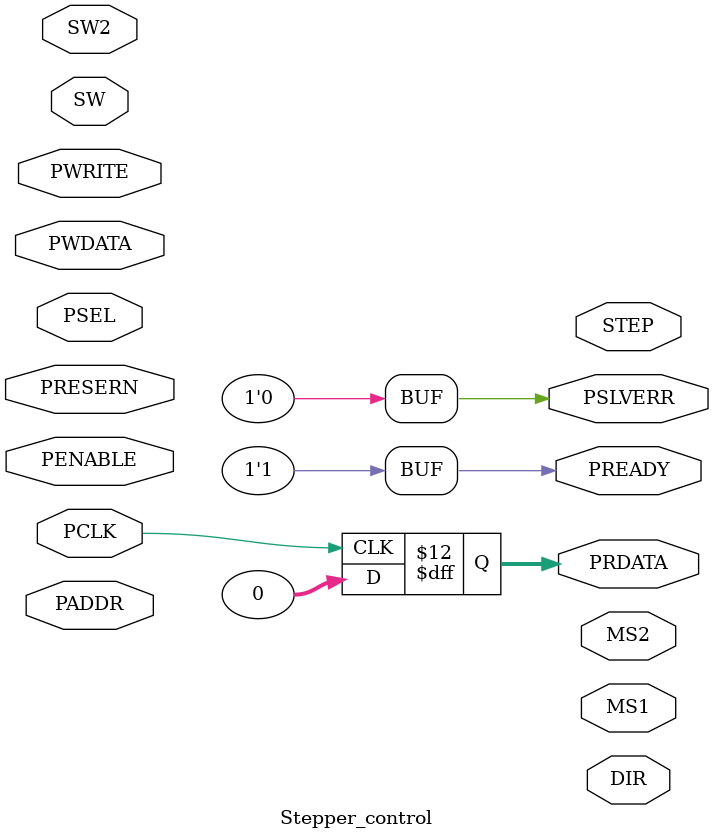
<source format=v>


module Stepper_control(

/*** APB3 BUS INTERFACE ***/
input PCLK, // clock
input PRESERN, // system reset
input PSEL, // peripheral select
input PENABLE, // distinguishes access phase
output wire PREADY, // peripheral ready signal
output wire PSLVERR, // error signal
input PWRITE, // distinguishes read and write cycles
input [31:0] PADDR, // I/O address
input wire [31:0] PWDATA, // data from processor to I/O device (32 bits)
output reg [31:0] PRDATA, // data to processor from I/O device (32-bits)

/*** I/O PORTS DECLARATION ***/
output reg MS1,
output reg MS2,
output reg DIR,
output reg STEP,
input SW,
input SW2
);

assign PSLVERR = 0;
assign PREADY = 1;

wire stepper_write = PSEL & PWRITE &(PADDR); //enable LEDs write at offset #4

//////////////////////////////////
// end of APB3 interface header //
//////////////////////////////////

//As the only thing we read is the switch, we can constantly drive it!
always @(posedge PCLK) //register control for APB3 reads
begin
    PRDATA[31:1] <= 31'h00000000; //initialize the PRDATA
    PRDATA[0] <= 0; //read switch values to PRDATA
end

always @(posedge PCLK) // register control for APB3 writes
begin
    if(!PRESERN)
        LEDOUT <= 0; // LED should start turned "off"
                                          // recall it is active low.
    else if(stepper_write)
        LEDOUT <=0;
end
endmodule


</source>
